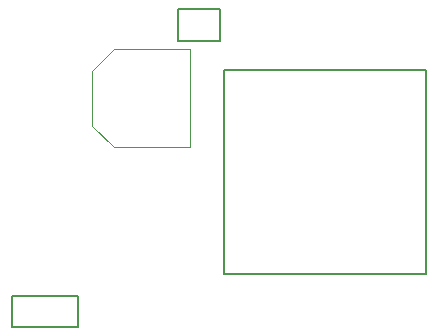
<source format=gbr>
G04*
G04 #@! TF.GenerationSoftware,Altium Limited,Altium Designer,23.0.1 (38)*
G04*
G04 Layer_Color=8388736*
%FSLAX25Y25*%
%MOIN*%
G70*
G04*
G04 #@! TF.SameCoordinates,AE5763C0-F2EE-4BCA-89C6-8F578BEF2D51*
G04*
G04*
G04 #@! TF.FilePolarity,Positive*
G04*
G01*
G75*
%ADD10C,0.00787*%
%ADD50C,0.00394*%
D10*
X163890Y124185D02*
Y134815D01*
X150110D02*
X163890D01*
X150110Y124185D02*
Y134815D01*
Y124185D02*
X163890D01*
X116464Y28803D02*
Y39197D01*
X94495D02*
X116464D01*
X94495Y28803D02*
Y39197D01*
Y28803D02*
X116464D01*
X165240Y46490D02*
X232760D01*
Y114510D01*
X165240D02*
X232760D01*
X165240Y46490D02*
Y114510D01*
D50*
X128469Y88576D02*
X154059D01*
X121382Y95662D02*
Y114166D01*
X128469Y121253D02*
X154059D01*
Y88576D02*
Y121253D01*
X121382Y95662D02*
X128469Y88576D01*
X121382Y114166D02*
X128469Y121253D01*
M02*

</source>
